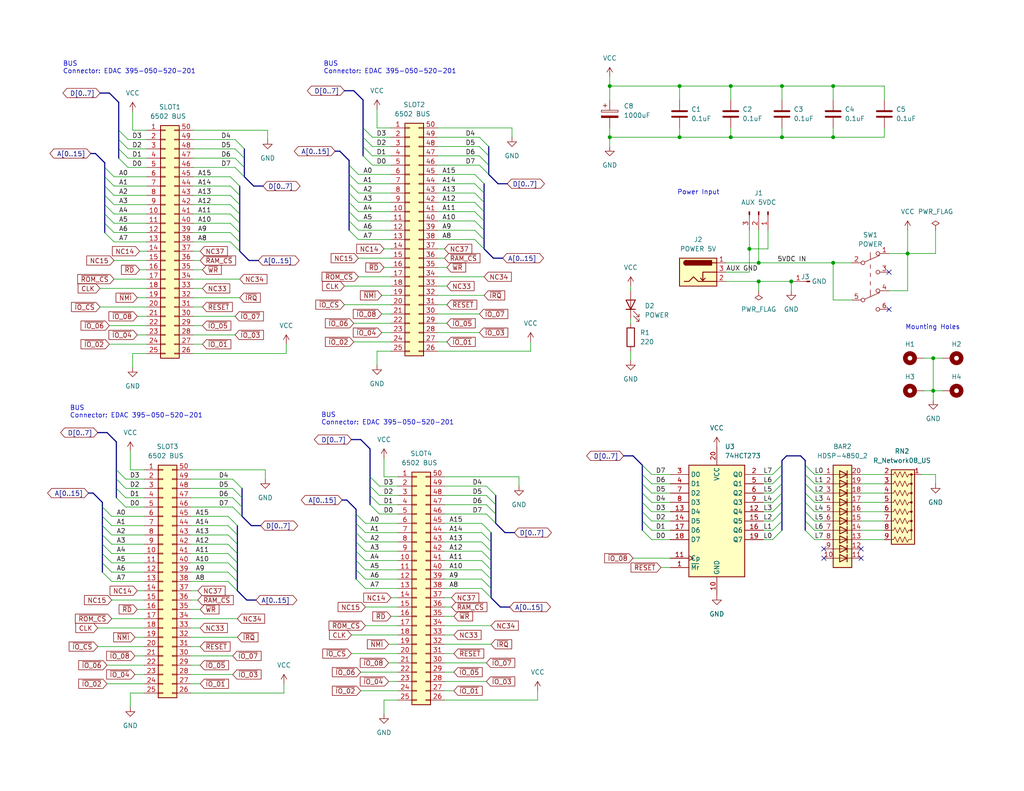
<source format=kicad_sch>
(kicad_sch (version 20230121) (generator eeschema)
  (paper "USLetter")
  (title_block (title "6502 Motherboard") (date "2023-10-17") (rev "0.1") (company "Mariano Luna"))
  (junction (at 247.65 69.215))
  (junction (at 213.36 23.495))
  (junction (at 215.9 76.835))
  (junction (at 199.39 23.495))
  (junction (at 166.37 23.495))
  (junction (at 227.33 71.755))
  (junction (at 227.33 37.465))
  (junction (at 227.33 23.495))
  (junction (at 207.01 71.755))
  (junction (at 185.42 23.495))
  (junction (at 254.635 97.79))
  (junction (at 185.42 37.465))
  (junction (at 204.47 67.945))
  (junction (at 213.36 37.465))
  (junction (at 199.39 37.465))
  (junction (at 254.635 106.68))
  (junction (at 166.37 37.465))
  (junction (at 207.01 76.835))
  (no_connect (at 242.57 74.295))
  (no_connect (at 224.79 152.4))
  (no_connect (at 234.95 152.4))
  (no_connect (at 234.95 149.86))
  (no_connect (at 242.57 84.455))
  (no_connect (at 224.79 149.86))
  (bus_entry (at 103.505 135.255) (size -2.54 -2.54))
  (bus_entry (at 64.135 45.72) (size 2.54 2.54))
  (bus_entry (at 131.445 142.875) (size 2.54 2.54))
  (bus_entry (at 31.115 53.34) (size -2.54 -2.54))
  (bus_entry (at 34.925 45.72) (size -2.54 -2.54))
  (bus_entry (at 177.8 139.7) (size -2.54 -2.54))
  (bus_entry (at 219.71 132.08) (size 2.54 2.54))
  (bus_entry (at 62.865 55.88) (size 2.54 2.54))
  (bus_entry (at 129.54 52.705) (size 2.54 2.54))
  (bus_entry (at 97.79 65.405) (size -2.54 -2.54))
  (bus_entry (at 129.54 62.865) (size 2.54 2.54))
  (bus_entry (at 177.8 144.78) (size -2.54 -2.54))
  (bus_entry (at 177.8 137.16) (size -2.54 -2.54))
  (bus_entry (at 97.79 50.165) (size -2.54 -2.54))
  (bus_entry (at 99.695 153.035) (size -2.54 -2.54))
  (bus_entry (at 131.445 160.655) (size 2.54 2.54))
  (bus_entry (at 103.505 132.715) (size -2.54 -2.54))
  (bus_entry (at 62.23 158.75) (size 2.54 2.54))
  (bus_entry (at 97.79 62.865) (size -2.54 -2.54))
  (bus_entry (at 34.29 135.89) (size -2.54 -2.54))
  (bus_entry (at 103.505 140.335) (size -2.54 -2.54))
  (bus_entry (at 210.82 139.7) (size 2.54 -2.54))
  (bus_entry (at 62.23 156.21) (size 2.54 2.54))
  (bus_entry (at 34.29 130.81) (size -2.54 -2.54))
  (bus_entry (at 97.79 52.705) (size -2.54 -2.54))
  (bus_entry (at 64.135 40.64) (size 2.54 2.54))
  (bus_entry (at 131.445 145.415) (size 2.54 2.54))
  (bus_entry (at 131.445 158.115) (size 2.54 2.54))
  (bus_entry (at 30.48 158.75) (size -2.54 -2.54))
  (bus_entry (at 129.54 60.325) (size 2.54 2.54))
  (bus_entry (at 130.81 37.465) (size 2.54 2.54))
  (bus_entry (at 129.54 47.625) (size 2.54 2.54))
  (bus_entry (at 99.695 145.415) (size -2.54 -2.54))
  (bus_entry (at 64.135 38.1) (size 2.54 2.54))
  (bus_entry (at 177.8 142.24) (size -2.54 -2.54))
  (bus_entry (at 34.29 138.43) (size -2.54 -2.54))
  (bus_entry (at 103.505 137.795) (size -2.54 -2.54))
  (bus_entry (at 130.81 40.005) (size 2.54 2.54))
  (bus_entry (at 99.695 147.955) (size -2.54 -2.54))
  (bus_entry (at 210.82 137.16) (size 2.54 -2.54))
  (bus_entry (at 62.865 50.8) (size 2.54 2.54))
  (bus_entry (at 30.48 151.13) (size -2.54 -2.54))
  (bus_entry (at 97.79 47.625) (size -2.54 -2.54))
  (bus_entry (at 132.715 140.335) (size 2.54 2.54))
  (bus_entry (at 99.695 150.495) (size -2.54 -2.54))
  (bus_entry (at 31.115 55.88) (size -2.54 -2.54))
  (bus_entry (at 219.71 144.78) (size 2.54 2.54))
  (bus_entry (at 99.695 158.115) (size -2.54 -2.54))
  (bus_entry (at 62.865 66.04) (size 2.54 2.54))
  (bus_entry (at 31.115 48.26) (size -2.54 -2.54))
  (bus_entry (at 62.865 53.34) (size 2.54 2.54))
  (bus_entry (at 99.695 160.655) (size -2.54 -2.54))
  (bus_entry (at 30.48 148.59) (size -2.54 -2.54))
  (bus_entry (at 177.8 147.32) (size -2.54 -2.54))
  (bus_entry (at 34.925 43.18) (size -2.54 -2.54))
  (bus_entry (at 62.23 143.51) (size 2.54 2.54))
  (bus_entry (at 99.695 142.875) (size -2.54 -2.54))
  (bus_entry (at 101.6 40.005) (size -2.54 -2.54))
  (bus_entry (at 219.71 139.7) (size 2.54 2.54))
  (bus_entry (at 97.79 60.325) (size -2.54 -2.54))
  (bus_entry (at 101.6 37.465) (size -2.54 -2.54))
  (bus_entry (at 177.8 129.54) (size -2.54 -2.54))
  (bus_entry (at 62.865 58.42) (size 2.54 2.54))
  (bus_entry (at 31.115 60.96) (size -2.54 -2.54))
  (bus_entry (at 219.71 137.16) (size 2.54 2.54))
  (bus_entry (at 101.6 45.085) (size -2.54 -2.54))
  (bus_entry (at 177.8 134.62) (size -2.54 -2.54))
  (bus_entry (at 63.5 135.89) (size 2.54 2.54))
  (bus_entry (at 129.54 50.165) (size 2.54 2.54))
  (bus_entry (at 131.445 150.495) (size 2.54 2.54))
  (bus_entry (at 62.865 60.96) (size 2.54 2.54))
  (bus_entry (at 210.82 147.32) (size 2.54 -2.54))
  (bus_entry (at 101.6 42.545) (size -2.54 -2.54))
  (bus_entry (at 62.865 63.5) (size 2.54 2.54))
  (bus_entry (at 130.81 45.085) (size 2.54 2.54))
  (bus_entry (at 219.71 127) (size 2.54 2.54))
  (bus_entry (at 129.54 57.785) (size 2.54 2.54))
  (bus_entry (at 62.23 148.59) (size 2.54 2.54))
  (bus_entry (at 210.82 129.54) (size 2.54 -2.54))
  (bus_entry (at 97.79 55.245) (size -2.54 -2.54))
  (bus_entry (at 31.115 63.5) (size -2.54 -2.54))
  (bus_entry (at 132.715 135.255) (size 2.54 2.54))
  (bus_entry (at 62.865 48.26) (size 2.54 2.54))
  (bus_entry (at 131.445 153.035) (size 2.54 2.54))
  (bus_entry (at 210.82 142.24) (size 2.54 -2.54))
  (bus_entry (at 30.48 143.51) (size -2.54 -2.54))
  (bus_entry (at 132.715 132.715) (size 2.54 2.54))
  (bus_entry (at 131.445 155.575) (size 2.54 2.54))
  (bus_entry (at 132.715 137.795) (size 2.54 2.54))
  (bus_entry (at 219.71 129.54) (size 2.54 2.54))
  (bus_entry (at 62.23 151.13) (size 2.54 2.54))
  (bus_entry (at 31.115 66.04) (size -2.54 -2.54))
  (bus_entry (at 64.135 43.18) (size 2.54 2.54))
  (bus_entry (at 129.54 65.405) (size 2.54 2.54))
  (bus_entry (at 219.71 134.62) (size 2.54 2.54))
  (bus_entry (at 62.23 146.05) (size 2.54 2.54))
  (bus_entry (at 63.5 133.35) (size 2.54 2.54))
  (bus_entry (at 210.82 134.62) (size 2.54 -2.54))
  (bus_entry (at 129.54 55.245) (size 2.54 2.54))
  (bus_entry (at 63.5 130.81) (size 2.54 2.54))
  (bus_entry (at 34.29 133.35) (size -2.54 -2.54))
  (bus_entry (at 30.48 140.97) (size -2.54 -2.54))
  (bus_entry (at 31.115 50.8) (size -2.54 -2.54))
  (bus_entry (at 97.79 57.785) (size -2.54 -2.54))
  (bus_entry (at 34.925 38.1) (size -2.54 -2.54))
  (bus_entry (at 30.48 153.67) (size -2.54 -2.54))
  (bus_entry (at 62.23 140.97) (size 2.54 2.54))
  (bus_entry (at 130.81 42.545) (size 2.54 2.54))
  (bus_entry (at 31.115 58.42) (size -2.54 -2.54))
  (bus_entry (at 177.8 132.08) (size -2.54 -2.54))
  (bus_entry (at 131.445 147.955) (size 2.54 2.54))
  (bus_entry (at 34.925 40.64) (size -2.54 -2.54))
  (bus_entry (at 30.48 156.21) (size -2.54 -2.54))
  (bus_entry (at 62.23 153.67) (size 2.54 2.54))
  (bus_entry (at 30.48 146.05) (size -2.54 -2.54))
  (bus_entry (at 219.71 142.24) (size 2.54 2.54))
  (bus_entry (at 63.5 138.43) (size 2.54 2.54))
  (bus_entry (at 99.695 155.575) (size -2.54 -2.54))
  (bus_entry (at 210.82 144.78) (size 2.54 -2.54))
  (bus_entry (at 210.82 132.08) (size 2.54 -2.54))
  (wire (pts (xy 52.07 133.35) (xy 63.5 133.35)))
  (wire (pts (xy 108.585 132.715) (xy 103.505 132.715)))
  (wire (pts (xy 182.88 132.08) (xy 177.8 132.08)))
  (wire (pts (xy 93.98 83.185) (xy 106.68 83.185)))
  (wire (pts (xy 185.42 23.495) (xy 185.42 27.305)))
  (wire (pts (xy 30.48 158.75) (xy 39.37 158.75)))
  (bus (pts (xy 100.965 130.175) (xy 100.965 132.715)))
  (wire (pts (xy 121.285 137.795) (xy 132.715 137.795)))
  (wire (pts (xy 52.07 138.43) (xy 63.5 138.43)))
  (bus (pts (xy 27.94 138.43) (xy 27.94 140.97)))
  (bus (pts (xy 219.71 134.62) (xy 219.71 137.16)))
  (wire (pts (xy 95.885 178.435) (xy 108.585 178.435)))
  (wire (pts (xy 97.79 47.625) (xy 106.68 47.625)))
  (wire (pts (xy 97.79 70.485) (xy 106.68 70.485)))
  (wire (pts (xy 121.285 135.255) (xy 132.715 135.255)))
  (wire (pts (xy 36.83 173.99) (xy 39.37 173.99)))
  (wire (pts (xy 247.65 69.215) (xy 247.65 79.375)))
  (wire (pts (xy 52.07 148.59) (xy 62.23 148.59)))
  (wire (pts (xy 222.25 134.62) (xy 224.79 134.62)))
  (wire (pts (xy 208.28 129.54) (xy 210.82 129.54)))
  (wire (pts (xy 52.07 158.75) (xy 62.23 158.75)))
  (wire (pts (xy 254.635 97.79) (xy 254.635 106.68)))
  (bus (pts (xy 32.385 27.94) (xy 32.385 35.56)))
  (bus (pts (xy 95.25 43.815) (xy 95.25 45.085)))
  (wire (pts (xy 121.285 140.335) (xy 132.715 140.335)))
  (bus (pts (xy 133.985 158.115) (xy 133.985 155.575)))
  (wire (pts (xy 104.775 191.135) (xy 108.585 191.135)))
  (wire (pts (xy 208.28 139.7) (xy 210.82 139.7)))
  (wire (pts (xy 99.695 158.115) (xy 108.585 158.115)))
  (bus (pts (xy 175.26 137.16) (xy 175.26 139.7)))
  (bus (pts (xy 67.31 163.83) (xy 69.85 163.83)))
  (wire (pts (xy 121.285 165.735) (xy 123.19 165.735)))
  (wire (pts (xy 119.38 88.265) (xy 121.92 88.265)))
  (bus (pts (xy 132.08 52.705) (xy 132.08 50.165)))
  (wire (pts (xy 39.37 138.43) (xy 34.29 138.43)))
  (wire (pts (xy 99.695 142.875) (xy 108.585 142.875)))
  (wire (pts (xy 207.01 76.835) (xy 207.01 79.375)))
  (bus (pts (xy 93.345 136.525) (xy 94.615 136.525)))
  (bus (pts (xy 99.06 27.305) (xy 96.52 24.765)))
  (bus (pts (xy 95.25 60.325) (xy 95.25 62.865)))
  (wire (pts (xy 121.285 160.655) (xy 131.445 160.655)))
  (wire (pts (xy 31.115 63.5) (xy 40.005 63.5)))
  (bus (pts (xy 95.25 55.245) (xy 95.25 57.785)))
  (wire (pts (xy 31.115 60.96) (xy 40.005 60.96)))
  (wire (pts (xy 52.07 135.89) (xy 63.5 135.89)))
  (wire (pts (xy 73.025 35.56) (xy 73.025 38.1)))
  (bus (pts (xy 132.08 60.325) (xy 132.08 57.785)))
  (bus (pts (xy 135.255 142.875) (xy 137.795 145.415)))
  (wire (pts (xy 234.95 132.08) (xy 241.3 132.08)))
  (wire (pts (xy 30.48 143.51) (xy 39.37 143.51)))
  (wire (pts (xy 166.37 20.955) (xy 166.37 23.495)))
  (wire (pts (xy 185.42 34.925) (xy 185.42 37.465)))
  (wire (pts (xy 222.25 142.24) (xy 224.79 142.24)))
  (wire (pts (xy 199.39 23.495) (xy 199.39 27.305)))
  (bus (pts (xy 64.77 161.29) (xy 67.31 163.83)))
  (bus (pts (xy 66.675 43.18) (xy 66.675 40.64)))
  (wire (pts (xy 106.045 180.975) (xy 108.585 180.975)))
  (bus (pts (xy 133.985 163.195) (xy 133.985 160.655)))
  (bus (pts (xy 219.71 137.16) (xy 219.71 139.7)))
  (wire (pts (xy 208.28 147.32) (xy 210.82 147.32)))
  (wire (pts (xy 208.28 132.08) (xy 210.82 132.08)))
  (bus (pts (xy 64.77 153.67) (xy 64.77 151.13)))
  (wire (pts (xy 121.285 158.115) (xy 131.445 158.115)))
  (wire (pts (xy 121.285 147.955) (xy 131.445 147.955)))
  (bus (pts (xy 97.155 140.335) (xy 97.155 142.875)))
  (wire (pts (xy 141.605 130.175) (xy 141.605 132.715)))
  (wire (pts (xy 52.705 78.74) (xy 55.245 78.74)))
  (wire (pts (xy 52.705 96.52) (xy 78.105 96.52)))
  (wire (pts (xy 234.95 139.7) (xy 241.3 139.7)))
  (wire (pts (xy 37.465 166.37) (xy 39.37 166.37)))
  (wire (pts (xy 52.705 50.8) (xy 62.865 50.8)))
  (bus (pts (xy 66.04 140.97) (xy 66.04 138.43)))
  (bus (pts (xy 100.965 122.555) (xy 98.425 120.015)))
  (wire (pts (xy 52.07 151.13) (xy 62.23 151.13)))
  (wire (pts (xy 180.34 154.94) (xy 182.88 154.94)))
  (wire (pts (xy 52.705 93.98) (xy 55.245 93.98)))
  (wire (pts (xy 215.9 76.835) (xy 215.9 79.375)))
  (wire (pts (xy 119.38 47.625) (xy 129.54 47.625)))
  (bus (pts (xy 28.575 60.96) (xy 28.575 63.5)))
  (wire (pts (xy 166.37 34.925) (xy 166.37 37.465)))
  (wire (pts (xy 227.33 37.465) (xy 241.3 37.465)))
  (wire (pts (xy 52.07 156.21) (xy 62.23 156.21)))
  (wire (pts (xy 39.37 135.89) (xy 34.29 135.89)))
  (wire (pts (xy 106.68 37.465) (xy 101.6 37.465)))
  (wire (pts (xy 185.42 23.495) (xy 199.39 23.495)))
  (wire (pts (xy 182.88 139.7) (xy 177.8 139.7)))
  (wire (pts (xy 31.115 48.26) (xy 40.005 48.26)))
  (bus (pts (xy 133.35 42.545) (xy 133.35 40.005)))
  (wire (pts (xy 52.705 63.5) (xy 62.865 63.5)))
  (wire (pts (xy 204.47 62.865) (xy 204.47 67.945)))
  (wire (pts (xy 102.87 34.925) (xy 106.68 34.925)))
  (wire (pts (xy 121.285 155.575) (xy 131.445 155.575)))
  (wire (pts (xy 207.01 62.865) (xy 207.01 71.755)))
  (wire (pts (xy 166.37 37.465) (xy 166.37 40.005)))
  (wire (pts (xy 31.115 66.04) (xy 40.005 66.04)))
  (wire (pts (xy 31.115 55.88) (xy 40.005 55.88)))
  (wire (pts (xy 106.68 45.085) (xy 101.6 45.085)))
  (bus (pts (xy 32.385 38.1) (xy 32.385 40.64)))
  (bus (pts (xy 27.94 151.13) (xy 27.94 153.67)))
  (wire (pts (xy 35.56 189.23) (xy 39.37 189.23)))
  (wire (pts (xy 99.695 147.955) (xy 108.585 147.955)))
  (bus (pts (xy 135.255 140.335) (xy 135.255 137.795)))
  (wire (pts (xy 40.005 38.1) (xy 34.925 38.1)))
  (wire (pts (xy 119.38 62.865) (xy 129.54 62.865)))
  (bus (pts (xy 99.06 37.465) (xy 99.06 40.005)))
  (bus (pts (xy 65.405 63.5) (xy 65.405 66.04)))
  (wire (pts (xy 204.47 67.945) (xy 204.47 74.295)))
  (wire (pts (xy 97.79 60.325) (xy 106.68 60.325)))
  (wire (pts (xy 185.42 37.465) (xy 199.39 37.465)))
  (bus (pts (xy 132.08 55.245) (xy 132.08 52.705)))
  (wire (pts (xy 121.285 168.275) (xy 123.825 168.275)))
  (bus (pts (xy 28.575 48.26) (xy 28.575 50.8)))
  (wire (pts (xy 77.47 186.69) (xy 77.47 189.23)))
  (bus (pts (xy 214.63 124.46) (xy 218.44 124.46)))
  (wire (pts (xy 97.79 75.565) (xy 106.68 75.565)))
  (wire (pts (xy 172.085 78.105) (xy 172.085 79.375)))
  (wire (pts (xy 121.285 153.035) (xy 131.445 153.035)))
  (wire (pts (xy 119.38 40.005) (xy 130.81 40.005)))
  (wire (pts (xy 121.285 178.435) (xy 123.825 178.435)))
  (wire (pts (xy 98.425 188.595) (xy 108.585 188.595)))
  (bus (pts (xy 65.405 63.5) (xy 65.405 60.96)))
  (wire (pts (xy 121.285 163.195) (xy 123.19 163.195)))
  (bus (pts (xy 100.965 132.715) (xy 100.965 135.255)))
  (wire (pts (xy 234.95 137.16) (xy 241.3 137.16)))
  (wire (pts (xy 37.465 161.29) (xy 39.37 161.29)))
  (bus (pts (xy 66.04 140.97) (xy 68.58 143.51)))
  (bus (pts (xy 66.675 48.26) (xy 66.675 45.72)))
  (wire (pts (xy 52.705 88.9) (xy 55.245 88.9)))
  (wire (pts (xy 121.285 145.415) (xy 131.445 145.415)))
  (wire (pts (xy 52.705 71.12) (xy 54.61 71.12)))
  (wire (pts (xy 52.07 181.61) (xy 54.61 181.61)))
  (bus (pts (xy 99.06 40.005) (xy 99.06 42.545)))
  (bus (pts (xy 28.575 53.34) (xy 28.575 55.88)))
  (bus (pts (xy 213.36 129.54) (xy 213.36 127)))
  (wire (pts (xy 119.38 57.785) (xy 129.54 57.785)))
  (wire (pts (xy 119.38 65.405) (xy 129.54 65.405)))
  (wire (pts (xy 106.68 40.005) (xy 101.6 40.005)))
  (wire (pts (xy 119.38 73.025) (xy 121.92 73.025)))
  (bus (pts (xy 91.44 41.275) (xy 92.71 41.275)))
  (wire (pts (xy 38.1 68.58) (xy 40.005 68.58)))
  (wire (pts (xy 37.465 91.44) (xy 40.005 91.44)))
  (wire (pts (xy 182.88 134.62) (xy 177.8 134.62)))
  (bus (pts (xy 170.18 124.46) (xy 172.72 124.46)))
  (wire (pts (xy 227.33 71.755) (xy 232.41 71.755)))
  (bus (pts (xy 134.62 70.485) (xy 137.16 70.485)))
  (wire (pts (xy 247.65 62.865) (xy 247.65 69.215)))
  (bus (pts (xy 219.71 132.08) (xy 219.71 134.62)))
  (wire (pts (xy 254.635 106.68) (xy 254.635 109.22)))
  (bus (pts (xy 133.35 47.625) (xy 135.89 50.165)))
  (bus (pts (xy 66.04 135.89) (xy 66.04 133.35)))
  (bus (pts (xy 95.25 52.705) (xy 95.25 55.245)))
  (wire (pts (xy 209.55 67.945) (xy 204.47 67.945)))
  (wire (pts (xy 119.38 67.945) (xy 121.285 67.945)))
  (wire (pts (xy 26.67 176.53) (xy 39.37 176.53)))
  (wire (pts (xy 121.285 183.515) (xy 123.825 183.515)))
  (bus (pts (xy 27.305 25.4) (xy 29.845 25.4)))
  (wire (pts (xy 119.38 37.465) (xy 130.81 37.465)))
  (wire (pts (xy 97.79 52.705) (xy 106.68 52.705)))
  (bus (pts (xy 27.94 140.97) (xy 27.94 143.51)))
  (wire (pts (xy 207.01 76.835) (xy 215.9 76.835)))
  (wire (pts (xy 182.88 147.32) (xy 177.8 147.32)))
  (wire (pts (xy 97.79 55.245) (xy 106.68 55.245)))
  (wire (pts (xy 97.79 65.405) (xy 106.68 65.405)))
  (wire (pts (xy 208.28 142.24) (xy 210.82 142.24)))
  (bus (pts (xy 31.75 120.65) (xy 31.75 128.27)))
  (bus (pts (xy 64.77 146.05) (xy 64.77 143.51)))
  (bus (pts (xy 133.985 153.035) (xy 133.985 150.495)))
  (wire (pts (xy 36.195 96.52) (xy 36.195 100.33)))
  (wire (pts (xy 30.48 148.59) (xy 39.37 148.59)))
  (wire (pts (xy 119.38 60.325) (xy 129.54 60.325)))
  (wire (pts (xy 99.695 165.735) (xy 108.585 165.735)))
  (bus (pts (xy 28.575 50.8) (xy 28.575 53.34)))
  (bus (pts (xy 175.26 132.08) (xy 175.26 134.62)))
  (bus (pts (xy 65.405 68.58) (xy 67.945 71.12)))
  (wire (pts (xy 99.695 170.815) (xy 108.585 170.815)))
  (wire (pts (xy 252.095 97.79) (xy 254.635 97.79)))
  (bus (pts (xy 213.36 125.73) (xy 214.63 124.46)))
  (bus (pts (xy 31.75 130.81) (xy 31.75 133.35)))
  (bus (pts (xy 133.985 155.575) (xy 133.985 153.035)))
  (bus (pts (xy 213.36 144.78) (xy 213.36 142.24)))
  (wire (pts (xy 31.115 50.8) (xy 40.005 50.8)))
  (wire (pts (xy 121.285 188.595) (xy 123.825 188.595)))
  (wire (pts (xy 30.48 140.97) (xy 39.37 140.97)))
  (wire (pts (xy 52.705 60.96) (xy 62.865 60.96)))
  (wire (pts (xy 52.705 66.04) (xy 62.865 66.04)))
  (wire (pts (xy 52.07 179.07) (xy 63.5 179.07)))
  (wire (pts (xy 172.085 86.995) (xy 172.085 88.265)))
  (bus (pts (xy 27.94 146.05) (xy 27.94 148.59)))
  (wire (pts (xy 119.38 50.165) (xy 129.54 50.165)))
  (bus (pts (xy 132.08 67.945) (xy 134.62 70.485)))
  (bus (pts (xy 132.08 67.945) (xy 132.08 65.405)))
  (wire (pts (xy 52.07 163.83) (xy 53.975 163.83)))
  (wire (pts (xy 31.115 76.2) (xy 40.005 76.2)))
  (wire (pts (xy 35.56 128.27) (xy 39.37 128.27)))
  (wire (pts (xy 234.95 142.24) (xy 241.3 142.24)))
  (wire (pts (xy 27.305 78.74) (xy 40.005 78.74)))
  (wire (pts (xy 40.005 40.64) (xy 34.925 40.64)))
  (bus (pts (xy 31.75 120.65) (xy 29.21 118.11)))
  (bus (pts (xy 95.25 45.085) (xy 95.25 47.625)))
  (wire (pts (xy 119.38 52.705) (xy 129.54 52.705)))
  (wire (pts (xy 35.56 189.23) (xy 35.56 193.04)))
  (bus (pts (xy 140.335 145.415) (xy 137.795 145.415)))
  (wire (pts (xy 209.55 62.865) (xy 209.55 67.945)))
  (bus (pts (xy 32.385 40.64) (xy 32.385 43.18)))
  (wire (pts (xy 102.87 95.885) (xy 106.68 95.885)))
  (bus (pts (xy 28.575 58.42) (xy 28.575 60.96)))
  (wire (pts (xy 108.585 137.795) (xy 103.505 137.795)))
  (wire (pts (xy 30.48 163.83) (xy 39.37 163.83)))
  (bus (pts (xy 25.4 134.62) (xy 27.94 137.16)))
  (wire (pts (xy 106.045 175.895) (xy 108.585 175.895)))
  (wire (pts (xy 36.195 96.52) (xy 40.005 96.52)))
  (wire (pts (xy 121.285 173.355) (xy 123.825 173.355)))
  (wire (pts (xy 242.57 69.215) (xy 247.65 69.215)))
  (wire (pts (xy 227.33 81.915) (xy 232.41 81.915)))
  (wire (pts (xy 234.95 129.54) (xy 241.3 129.54)))
  (wire (pts (xy 52.07 166.37) (xy 54.61 166.37)))
  (bus (pts (xy 219.71 127) (xy 219.71 129.54)))
  (bus (pts (xy 218.44 124.46) (xy 219.71 125.73)))
  (bus (pts (xy 28.575 55.88) (xy 28.575 58.42)))
  (bus (pts (xy 97.155 150.495) (xy 97.155 153.035)))
  (bus (pts (xy 65.405 58.42) (xy 65.405 55.88)))
  (wire (pts (xy 96.52 88.265) (xy 106.68 88.265)))
  (wire (pts (xy 119.38 34.925) (xy 139.7 34.925)))
  (wire (pts (xy 52.07 146.05) (xy 62.23 146.05)))
  (wire (pts (xy 26.67 171.45) (xy 39.37 171.45)))
  (wire (pts (xy 52.705 86.36) (xy 64.135 86.36)))
  (wire (pts (xy 254.635 97.79) (xy 257.175 97.79)))
  (bus (pts (xy 132.08 62.865) (xy 132.08 60.325)))
  (bus (pts (xy 99.06 34.925) (xy 99.06 37.465)))
  (wire (pts (xy 222.25 139.7) (xy 224.79 139.7)))
  (wire (pts (xy 99.695 153.035) (xy 108.585 153.035)))
  (wire (pts (xy 119.38 55.245) (xy 129.54 55.245)))
  (wire (pts (xy 119.38 80.645) (xy 132.08 80.645)))
  (wire (pts (xy 241.3 23.495) (xy 241.3 27.305)))
  (wire (pts (xy 241.3 34.925) (xy 241.3 37.465)))
  (bus (pts (xy 64.77 151.13) (xy 64.77 148.59)))
  (wire (pts (xy 199.39 23.495) (xy 213.36 23.495)))
  (wire (pts (xy 52.07 173.99) (xy 64.77 173.99)))
  (bus (pts (xy 93.98 24.765) (xy 96.52 24.765)))
  (wire (pts (xy 52.07 128.27) (xy 72.39 128.27)))
  (wire (pts (xy 29.21 181.61) (xy 39.37 181.61)))
  (wire (pts (xy 37.465 86.36) (xy 40.005 86.36)))
  (bus (pts (xy 100.965 135.255) (xy 100.965 137.795)))
  (wire (pts (xy 36.83 184.15) (xy 39.37 184.15)))
  (wire (pts (xy 198.12 76.835) (xy 207.01 76.835)))
  (wire (pts (xy 227.33 71.755) (xy 227.33 81.915)))
  (bus (pts (xy 71.755 50.8) (xy 69.215 50.8)))
  (wire (pts (xy 104.775 67.945) (xy 106.68 67.945)))
  (bus (pts (xy 219.71 129.54) (xy 219.71 132.08)))
  (wire (pts (xy 119.38 85.725) (xy 130.81 85.725)))
  (wire (pts (xy 121.285 150.495) (xy 131.445 150.495)))
  (wire (pts (xy 52.07 176.53) (xy 54.61 176.53)))
  (bus (pts (xy 213.36 132.08) (xy 213.36 129.54)))
  (bus (pts (xy 219.71 125.73) (xy 219.71 127)))
  (wire (pts (xy 166.37 23.495) (xy 166.37 27.305)))
  (wire (pts (xy 95.885 173.355) (xy 108.585 173.355)))
  (bus (pts (xy 175.26 127) (xy 172.72 124.46)))
  (wire (pts (xy 52.705 73.66) (xy 55.245 73.66)))
  (wire (pts (xy 106.045 186.055) (xy 108.585 186.055)))
  (wire (pts (xy 38.1 73.66) (xy 40.005 73.66)))
  (wire (pts (xy 108.585 140.335) (xy 103.505 140.335)))
  (bus (pts (xy 135.255 137.795) (xy 135.255 135.255)))
  (bus (pts (xy 97.155 155.575) (xy 97.155 158.115)))
  (bus (pts (xy 97.155 139.065) (xy 97.155 140.335)))
  (bus (pts (xy 24.13 134.62) (xy 25.4 134.62)))
  (bus (pts (xy 133.985 150.495) (xy 133.985 147.955)))
  (bus (pts (xy 133.985 147.955) (xy 133.985 145.415)))
  (wire (pts (xy 52.705 83.82) (xy 55.245 83.82)))
  (wire (pts (xy 52.705 81.28) (xy 65.405 81.28)))
  (bus (pts (xy 27.94 143.51) (xy 27.94 146.05)))
  (wire (pts (xy 106.68 42.545) (xy 101.6 42.545)))
  (bus (pts (xy 219.71 142.24) (xy 219.71 144.78)))
  (bus (pts (xy 133.35 45.085) (xy 133.35 42.545)))
  (wire (pts (xy 234.95 134.62) (xy 241.3 134.62)))
  (wire (pts (xy 119.38 90.805) (xy 130.81 90.805)))
  (wire (pts (xy 172.085 95.885) (xy 172.085 98.425)))
  (wire (pts (xy 39.37 130.81) (xy 34.29 130.81)))
  (wire (pts (xy 119.38 83.185) (xy 121.92 83.185)))
  (bus (pts (xy 133.35 47.625) (xy 133.35 45.085)))
  (wire (pts (xy 222.25 137.16) (xy 224.79 137.16)))
  (bus (pts (xy 64.77 161.29) (xy 64.77 158.75)))
  (bus (pts (xy 65.405 53.34) (xy 65.405 50.8)))
  (wire (pts (xy 121.285 186.055) (xy 132.715 186.055)))
  (wire (pts (xy 52.07 143.51) (xy 62.23 143.51)))
  (bus (pts (xy 100.965 122.555) (xy 100.965 130.175)))
  (wire (pts (xy 121.285 132.715) (xy 132.715 132.715)))
  (wire (pts (xy 52.705 45.72) (xy 64.135 45.72)))
  (wire (pts (xy 52.705 68.58) (xy 54.61 68.58)))
  (wire (pts (xy 213.36 23.495) (xy 213.36 27.305)))
  (wire (pts (xy 36.195 30.48) (xy 36.195 35.56)))
  (bus (pts (xy 175.26 127) (xy 175.26 129.54)))
  (bus (pts (xy 99.06 27.305) (xy 99.06 34.925)))
  (wire (pts (xy 146.685 188.595) (xy 146.685 191.135)))
  (bus (pts (xy 94.615 136.525) (xy 97.155 139.065)))
  (wire (pts (xy 104.14 90.805) (xy 106.68 90.805)))
  (wire (pts (xy 121.285 142.875) (xy 131.445 142.875)))
  (bus (pts (xy 95.25 47.625) (xy 95.25 50.165)))
  (bus (pts (xy 97.155 147.955) (xy 97.155 150.495)))
  (wire (pts (xy 121.285 170.815) (xy 133.985 170.815)))
  (wire (pts (xy 199.39 37.465) (xy 213.36 37.465)))
  (bus (pts (xy 213.36 142.24) (xy 213.36 139.7)))
  (wire (pts (xy 29.21 186.69) (xy 39.37 186.69)))
  (bus (pts (xy 64.77 156.21) (xy 64.77 158.75)))
  (wire (pts (xy 104.14 85.725) (xy 106.68 85.725)))
  (wire (pts (xy 119.38 93.345) (xy 121.92 93.345)))
  (wire (pts (xy 98.425 183.515) (xy 108.585 183.515)))
  (wire (pts (xy 39.37 133.35) (xy 34.29 133.35)))
  (bus (pts (xy 175.26 129.54) (xy 175.26 132.08)))
  (wire (pts (xy 222.25 132.08) (xy 224.79 132.08)))
  (wire (pts (xy 234.95 147.32) (xy 241.3 147.32)))
  (bus (pts (xy 67.945 71.12) (xy 70.485 71.12)))
  (bus (pts (xy 32.385 35.56) (xy 32.385 38.1)))
  (bus (pts (xy 28.575 44.45) (xy 28.575 45.72)))
  (wire (pts (xy 31.115 58.42) (xy 40.005 58.42)))
  (wire (pts (xy 119.38 75.565) (xy 132.08 75.565)))
  (bus (pts (xy 65.405 68.58) (xy 65.405 66.04)))
  (wire (pts (xy 52.07 130.81) (xy 63.5 130.81)))
  (bus (pts (xy 95.25 57.785) (xy 95.25 60.325)))
  (wire (pts (xy 97.79 62.865) (xy 106.68 62.865)))
  (wire (pts (xy 52.07 140.97) (xy 62.23 140.97)))
  (bus (pts (xy 213.36 139.7) (xy 213.36 137.16)))
  (wire (pts (xy 72.39 128.27) (xy 72.39 130.81)))
  (wire (pts (xy 29.845 93.98) (xy 40.005 93.98)))
  (wire (pts (xy 99.695 160.655) (xy 108.585 160.655)))
  (wire (pts (xy 182.88 129.54) (xy 177.8 129.54)))
  (wire (pts (xy 144.78 93.345) (xy 144.78 95.885)))
  (wire (pts (xy 30.48 151.13) (xy 39.37 151.13)))
  (wire (pts (xy 213.36 23.495) (xy 227.33 23.495)))
  (wire (pts (xy 35.56 123.19) (xy 35.56 128.27)))
  (wire (pts (xy 97.79 57.785) (xy 106.68 57.785)))
  (wire (pts (xy 247.65 69.215) (xy 255.27 69.215)))
  (wire (pts (xy 119.38 45.085) (xy 130.81 45.085)))
  (wire (pts (xy 222.25 147.32) (xy 224.79 147.32)))
  (wire (pts (xy 213.36 37.465) (xy 227.33 37.465)))
  (bus (pts (xy 133.985 163.195) (xy 136.525 165.735)))
  (bus (pts (xy 95.885 120.015) (xy 98.425 120.015)))
  (bus (pts (xy 64.77 156.21) (xy 64.77 153.67)))
  (wire (pts (xy 108.585 135.255) (xy 103.505 135.255)))
  (bus (pts (xy 26.67 118.11) (xy 29.21 118.11)))
  (wire (pts (xy 106.68 168.275) (xy 108.585 168.275)))
  (wire (pts (xy 52.705 76.2) (xy 65.405 76.2)))
  (bus (pts (xy 219.71 139.7) (xy 219.71 142.24)))
  (wire (pts (xy 139.7 34.925) (xy 139.7 37.465)))
  (wire (pts (xy 52.07 189.23) (xy 77.47 189.23)))
  (wire (pts (xy 199.39 34.925) (xy 199.39 37.465)))
  (wire (pts (xy 119.38 42.545) (xy 130.81 42.545)))
  (wire (pts (xy 40.005 43.18) (xy 34.925 43.18)))
  (wire (pts (xy 121.285 130.175) (xy 141.605 130.175)))
  (wire (pts (xy 99.695 145.415) (xy 108.585 145.415)))
  (wire (pts (xy 52.705 40.64) (xy 64.135 40.64)))
  (bus (pts (xy 27.94 148.59) (xy 27.94 151.13)))
  (wire (pts (xy 52.705 38.1) (xy 64.135 38.1)))
  (bus (pts (xy 95.25 50.165) (xy 95.25 52.705)))
  (wire (pts (xy 52.07 168.91) (xy 64.77 168.91)))
  (bus (pts (xy 138.43 50.165) (xy 135.89 50.165)))
  (wire (pts (xy 36.195 35.56) (xy 40.005 35.56)))
  (bus (pts (xy 175.26 134.62) (xy 175.26 137.16)))
  (bus (pts (xy 24.765 41.91) (xy 26.035 41.91)))
  (bus (pts (xy 175.26 142.24) (xy 175.26 144.78)))
  (wire (pts (xy 198.12 74.295) (xy 204.47 74.295)))
  (wire (pts (xy 182.88 142.24) (xy 177.8 142.24)))
  (wire (pts (xy 52.705 35.56) (xy 73.025 35.56)))
  (wire (pts (xy 36.83 179.07) (xy 39.37 179.07)))
  (wire (pts (xy 119.38 78.105) (xy 121.92 78.105)))
  (wire (pts (xy 102.87 95.885) (xy 102.87 99.695)))
  (bus (pts (xy 92.71 41.275) (xy 95.25 43.815)))
  (bus (pts (xy 28.575 45.72) (xy 28.575 48.26)))
  (bus (pts (xy 66.675 48.26) (xy 69.215 50.8)))
  (wire (pts (xy 213.36 34.925) (xy 213.36 37.465)))
  (wire (pts (xy 31.115 71.12) (xy 40.005 71.12)))
  (wire (pts (xy 52.07 171.45) (xy 54.61 171.45)))
  (bus (pts (xy 66.675 45.72) (xy 66.675 43.18)))
  (bus (pts (xy 175.26 139.7) (xy 175.26 142.24)))
  (wire (pts (xy 30.48 156.21) (xy 39.37 156.21)))
  (wire (pts (xy 104.775 73.025) (xy 106.68 73.025)))
  (wire (pts (xy 52.07 153.67) (xy 62.23 153.67)))
  (wire (pts (xy 93.98 78.105) (xy 106.68 78.105)))
  (wire (pts (xy 227.33 23.495) (xy 241.3 23.495)))
  (wire (pts (xy 96.52 93.345) (xy 106.68 93.345)))
  (wire (pts (xy 121.285 180.975) (xy 132.715 180.975)))
  (wire (pts (xy 166.37 23.495) (xy 185.42 23.495)))
  (wire (pts (xy 31.115 53.34) (xy 40.005 53.34)))
  (wire (pts (xy 208.28 137.16) (xy 210.82 137.16)))
  (bus (pts (xy 27.94 153.67) (xy 27.94 156.21)))
  (wire (pts (xy 52.705 55.88) (xy 62.865 55.88)))
  (bus (pts (xy 71.12 143.51) (xy 68.58 143.51)))
  (wire (pts (xy 52.07 186.69) (xy 54.61 186.69)))
  (bus (pts (xy 97.155 145.415) (xy 97.155 147.955)))
  (wire (pts (xy 182.88 137.16) (xy 177.8 137.16)))
  (bus (pts (xy 27.94 137.16) (xy 27.94 138.43)))
  (wire (pts (xy 121.285 175.895) (xy 133.985 175.895)))
  (wire (pts (xy 97.79 50.165) (xy 106.68 50.165)))
  (wire (pts (xy 119.38 95.885) (xy 144.78 95.885)))
  (wire (pts (xy 27.305 83.82) (xy 40.005 83.82)))
  (wire (pts (xy 30.48 153.67) (xy 39.37 153.67)))
  (wire (pts (xy 255.27 62.865) (xy 255.27 69.215)))
  (bus (pts (xy 31.75 133.35) (xy 31.75 135.89)))
  (wire (pts (xy 52.705 53.34) (xy 62.865 53.34)))
  (wire (pts (xy 166.37 37.465) (xy 185.42 37.465)))
  (wire (pts (xy 208.28 144.78) (xy 210.82 144.78)))
  (wire (pts (xy 234.95 144.78) (xy 241.3 144.78)))
  (wire (pts (xy 99.695 150.495) (xy 108.585 150.495)))
  (bus (pts (xy 64.77 148.59) (xy 64.77 146.05)))
  (bus (pts (xy 26.035 41.91) (xy 28.575 44.45)))
  (wire (pts (xy 104.775 125.095) (xy 104.775 130.175)))
  (bus (pts (xy 213.36 137.16) (xy 213.36 134.62)))
  (wire (pts (xy 52.705 43.18) (xy 64.135 43.18)))
  (wire (pts (xy 227.33 34.925) (xy 227.33 37.465)))
  (wire (pts (xy 52.07 161.29) (xy 53.975 161.29)))
  (bus (pts (xy 97.155 153.035) (xy 97.155 155.575)))
  (bus (pts (xy 135.255 142.875) (xy 135.255 140.335)))
  (bus (pts (xy 65.405 60.96) (xy 65.405 58.42)))
  (bus (pts (xy 136.525 165.735) (xy 139.065 165.735)))
  (wire (pts (xy 30.48 168.91) (xy 39.37 168.91)))
  (bus (pts (xy 132.08 62.865) (xy 132.08 65.405)))
  (wire (pts (xy 182.88 144.78) (xy 177.8 144.78)))
  (bus (pts (xy 132.08 57.785) (xy 132.08 55.245)))
  (wire (pts (xy 222.25 144.78) (xy 224.79 144.78)))
  (wire (pts (xy 252.095 106.68) (xy 254.635 106.68)))
  (wire (pts (xy 198.12 71.755) (xy 207.01 71.755)))
  (wire (pts (xy 37.465 81.28) (xy 40.005 81.28)))
  (wire (pts (xy 30.48 146.05) (xy 39.37 146.05)))
  (wire (pts (xy 102.87 29.845) (xy 102.87 34.925)))
  (bus (pts (xy 213.36 134.62) (xy 213.36 132.08)))
  (bus (pts (xy 97.155 142.875) (xy 97.155 145.415)))
  (wire (pts (xy 78.105 93.98) (xy 78.105 96.52)))
  (wire (pts (xy 119.38 70.485) (xy 121.285 70.485)))
  (wire (pts (xy 254.635 106.68) (xy 257.175 106.68)))
  (bus (pts (xy 133.985 158.115) (xy 133.985 160.655)))
  (wire (pts (xy 29.845 88.9) (xy 40.005 88.9)))
  (wire (pts (xy 104.775 130.175) (xy 108.585 130.175)))
  (wire (pts (xy 227.33 23.495) (xy 227.33 27.305)))
  (wire (pts (xy 207.01 71.755) (xy 227.33 71.755)))
  (bus (pts (xy 66.04 138.43) (xy 66.04 135.89)))
  (wire (pts (xy 104.775 191.135) (xy 104.775 194.945)))
  (wire (pts (xy 222.25 129.54) (xy 224.79 129.54)))
  (wire (pts (xy 255.27 129.54) (xy 255.27 132.08)))
  (wire (pts (xy 52.705 58.42) (xy 62.865 58.42)))
  (bus (pts (xy 31.75 128.27) (xy 31.75 130.81)))
  (wire (pts (xy 208.28 134.62) (xy 210.82 134.62)))
  (bus (pts (xy 65.405 55.88) (xy 65.405 53.34)))
  (bus (pts (xy 213.36 127) (xy 213.36 125.73)))
  (wire (pts (xy 52.07 184.15) (xy 63.5 184.15)))
  (wire (pts (xy 121.285 191.135) (xy 146.685 191.135)))
  (wire (pts (xy 104.14 80.645) (xy 106.68 80.645)))
  (wire (pts (xy 251.46 129.54) (xy 255.27 129.54)))
  (wire (pts (xy 52.705 48.26) (xy 62.865 48.26)))
  (wire (pts (xy 52.705 91.44) (xy 64.135 91.44)))
  (wire (pts (xy 106.68 163.195) (xy 108.585 163.195)))
  (wire (pts (xy 172.72 152.4) (xy 182.88 152.4)))
  (wire (pts (xy 242.57 79.375) (xy 247.65 79.375)))
  (wire (pts (xy 99.695 155.575) (xy 108.585 155.575)))
  (wire (pts (xy 40.005 45.72) (xy 34.925 45.72)))
  (bus (pts (xy 32.385 27.94) (xy 29.845 25.4)))
  (text "Mounting Holes" (at 247.015 90.17 0) (effects (font (size 1.27 1.27)) (justify left bottom)))
  (text "Power Input" (at 184.785 53.34 0) (effects (font (size 1.27 1.27)) (justify left bottom)))
  (text "BUS\nConnector: EDAC 395-050-520-201" (at 87.63 116.205 0) (effects (font (size 1.27 1.27)) (justify left bottom)))
  (text "BUS\nConnector: EDAC 395-050-520-201" (at 17.145 20.32 0) (effects (font (size 1.27 1.27)) (justify left bottom)))
  (text "BUS\nConnector: EDAC 395-050-520-201" (at 19.05 114.3 0) (effects (font (size 1.27 1.27)) (justify left bottom)))
  (text "BUS\nConnector: EDAC 395-050-520-201" (at 88.265 20.32 0) (effects (font (size 1.27 1.27)) (justify left bottom)))
  (label "A3" (at 34.925 55.88 180))
  (label "D3" (at 38.1 130.81 180))
  (label "A1" (at 101.6 50.165 180))
  (label "A5" (at 34.925 60.96 180))
  (label "A6" (at 103.505 158.115 180))
  (label "A9" (at 53.34 156.21 0))
  (label "D4" (at 128.905 132.715 0))
  (label "L2" (at 208.28 142.24 0))
  (label "A0" (at 34.925 48.26 180))
  (label "D5" (at 60.325 40.64 0))
  (label "A3" (at 103.505 150.495 180))
  (label "A4" (at 34.29 151.13 180))
  (label "D7" (at 128.905 140.335 0))
  (label "L1" (at 222.25 132.08 0))
  (label "D2" (at 105.41 40.005 180))
  (label "5VDC IN" (at 212.09 71.755 0))
  (label "A14" (at 122.555 145.415 0))
  (label "L2" (at 222.25 134.62 0))
  (label "A8" (at 53.34 158.75 0))
  (label "L3" (at 208.28 139.7 0))
  (label "L4" (at 222.25 139.7 0))
  (label "D6" (at 127 42.545 0))
  (label "L7" (at 208.28 129.54 0))
  (label "A6" (at 34.29 156.21 180))
  (label "A2" (at 103.505 147.955 180))
  (label "D0" (at 105.41 45.085 180))
  (label "A8" (at 53.975 66.04 0))
  (label "A12" (at 120.65 55.245 0))
  (label "D1" (at 38.1 135.89 180))
  (label "D3" (at 181.61 139.7 180))
  (label "D1" (at 105.41 42.545 180))
  (label "D2" (at 38.1 133.35 180))
  (label "A9" (at 122.555 158.115 0))
  (label "D7" (at 181.61 129.54 180))
  (label "D3" (at 107.315 132.715 180))
  (label "D5" (at 59.69 133.35 0))
  (label "A1" (at 34.925 50.8 180))
  (label "D6" (at 60.325 43.18 0))
  (label "A9" (at 120.65 62.865 0))
  (label "A2" (at 34.925 53.34 180))
  (label "A10" (at 122.555 155.575 0))
  (label "D5" (at 127 40.005 0))
  (label "A7" (at 101.6 65.405 180))
  (label "L6" (at 208.28 132.08 0))
  (label "A12" (at 53.34 148.59 0))
  (label "L5" (at 208.28 134.62 0))
  (label "L5" (at 222.25 142.24 0))
  (label "D4" (at 127 37.465 0))
  (label "A14" (at 53.34 143.51 0))
  (label "A3" (at 101.6 55.245 180))
  (label "A1" (at 34.29 143.51 180))
  (label "A1" (at 103.505 145.415 180))
  (label "A0" (at 101.6 47.625 180))
  (label "L6" (at 222.25 144.78 0))
  (label "D6" (at 128.905 137.795 0))
  (label "A14" (at 120.65 50.165 0))
  (label "D0" (at 107.315 140.335 180))
  (label "A9" (at 53.975 63.5 0))
  (label "D0" (at 38.1 138.43 180))
  (label "D0" (at 38.735 45.72 180))
  (label "A12" (at 122.555 150.495 0))
  (label "D3" (at 105.41 37.465 180))
  (label "A15" (at 53.34 140.97 0))
  (label "A8" (at 122.555 160.655 0))
  (label "L0" (at 222.25 129.54 0))
  (label "A14" (at 53.975 50.8 0))
  (label "D4" (at 59.69 130.81 0))
  (label "A0" (at 34.29 140.97 180))
  (label "A3" (at 34.29 148.59 180))
  (label "A13" (at 53.975 53.34 0))
  (label "A4" (at 103.505 153.035 180))
  (label "D6" (at 59.69 135.89 0))
  (label "A10" (at 53.975 60.96 0))
  (label "A12" (at 53.975 55.88 0))
  (label "A15" (at 122.555 142.875 0))
  (label "D6" (at 181.61 132.08 180))
  (label "L0" (at 208.28 147.32 0))
  (label "A7" (at 34.29 158.75 180))
  (label "D7" (at 59.69 138.43 0))
  (label "D1" (at 181.61 144.78 180))
  (label "L3" (at 222.25 137.16 0))
  (label "D4" (at 181.61 137.16 180))
  (label "AUX GND" (at 198.12 74.295 0))
  (label "A11" (at 53.34 151.13 0))
  (label "A5" (at 103.505 155.575 180))
  (label "A5" (at 101.6 60.325 180))
  (label "A11" (at 122.555 153.035 0))
  (label "D5" (at 181.61 134.62 180))
  (label "D4" (at 60.325 38.1 0))
  (label "D2" (at 181.61 142.24 180))
  (label "A8" (at 120.65 65.405 0))
  (label "A7" (at 103.505 160.655 180))
  (label "A11" (at 53.975 58.42 0))
  (label "A6" (at 101.6 62.865 180))
  (label "L7" (at 222.25 147.32 0))
  (label "A5" (at 34.29 153.67 180))
  (label "A10" (at 53.34 153.67 0))
  (label "A13" (at 120.65 52.705 0))
  (label "A10" (at 120.65 60.325 0))
  (label "D3" (at 38.735 38.1 180))
  (label "A6" (at 34.925 63.5 180))
  (label "A0" (at 103.505 142.875 180))
  (label "A13" (at 122.555 147.955 0))
  (label "D0" (at 181.61 147.32 180))
  (label "A15" (at 53.975 48.26 0))
  (label "L1" (at 208.28 144.78 0))
  (label "A13" (at 53.34 146.05 0))
  (label "L4" (at 208.28 137.16 0))
  (label "A2" (at 101.6 52.705 180))
  (label "D1" (at 38.735 43.18 180))
  (label "A15" (at 120.65 47.625 0))
  (label "D7" (at 60.325 45.72 0))
  (label "D1" (at 107.315 137.795 180))
  (label "A4" (at 34.925 58.42 180))
  (label "D2" (at 38.735 40.64 180))
  (label "D2" (at 107.315 135.255 180))
  (label "A7" (at 34.925 66.04 180))
  (label "A4" (at 101.6 57.785 180))
  (label "D5" (at 128.905 135.255 0))
  (label "A11" (at 120.65 57.785 0))
  (label "D7" (at 127 45.085 0))
  (label "A2" (at 34.29 146.05 180))
  (global_label "~{WR}" (shape input) (at 55.245 73.66 0) (property "Intersheetrefs" "${INTERSHEET_REFS}" (effects hide)))
  (global_label "~{IO_07}" (shape input) (at 64.135 86.36 0) (property "Intersheetrefs" "${INTERSHEET_REFS}" (effects hide)))
  (global_label "NC37" (shape input) (at 123.19 163.195 0) (property "Intersheetrefs" "${INTERSHEET_REFS}" (effects hide)))
  (global_label "NC34" (shape input) (at 132.08 75.565 0) (property "Intersheetrefs" "${INTERSHEET_REFS}" (effects hide)))
  (global_label "~{NMI}" (shape input) (at 106.045 175.895 180) (property "Intersheetrefs" "${INTERSHEET_REFS}" (effects hide)))
  (global_label "NC15" (shape input) (at 97.79 70.485 180) (property "Intersheetrefs" "${INTERSHEET_REFS}" (effects hide)))
  (global_label "~{IO_08}" (shape input) (at 36.83 179.07 180) (property "Intersheetrefs" "${INTERSHEET_REFS}" (effects hide)))
  (global_label "NC33" (shape input) (at 55.245 78.74 0) (property "Intersheetrefs" "${INTERSHEET_REFS}" (effects hide)))
  (global_label "NC33" (shape input) (at 121.92 78.105 0) (property "Intersheetrefs" "${INTERSHEET_REFS}" (effects hide)))
  (global_label "~{IO_04}" (shape input) (at 104.14 90.805 180) (property "Intersheetrefs" "${INTERSHEET_REFS}" (effects hide)))
  (global_label "~{IO_01}" (shape input) (at 121.92 93.345 0) (property "Intersheetrefs" "${INTERSHEET_REFS}" (effects hide)))
  (global_label "A[0..15]" (shape tri_state) (at 24.13 134.62 180) (property "Intersheetrefs" "${INTERSHEET_REFS}" (effects hide)))
  (global_label "~{IO_06}" (shape input) (at 29.845 88.9 180) (property "Intersheetrefs" "${INTERSHEET_REFS}" (effects hide)))
  (global_label "~{RD}" (shape input) (at 37.465 166.37 180) (property "Intersheetrefs" "${INTERSHEET_REFS}" (effects hide)))
  (global_label "~{IO_01}" (shape input) (at 55.245 93.98 0) (property "Intersheetrefs" "${INTERSHEET_REFS}" (effects hide)))
  (global_label "A[0..15]" (shape tri_state) (at 91.44 41.275 180) (property "Intersheetrefs" "${INTERSHEET_REFS}" (effects hide)))
  (global_label "D[0..7]" (shape tri_state) (at 138.43 50.165 0) (property "Intersheetrefs" "${INTERSHEET_REFS}" (effects hide)))
  (global_label "A[0..15]" (shape tri_state) (at 24.765 41.91 180) (property "Intersheetrefs" "${INTERSHEET_REFS}" (effects hide)))
  (global_label "~{IO_02}" (shape input) (at 29.845 93.98 180) (property "Intersheetrefs" "${INTERSHEET_REFS}" (effects hide)))
  (global_label "CLK" (shape input) (at 95.885 173.355 180) (property "Intersheetrefs" "${INTERSHEET_REFS}" (effects hide)))
  (global_label "~{IRQ}" (shape input) (at 133.985 175.895 0) (property "Intersheetrefs" "${INTERSHEET_REFS}" (effects hide)))
  (global_label "~{NMI}" (shape input) (at 37.465 81.28 180) (property "Intersheetrefs" "${INTERSHEET_REFS}" (effects hide)))
  (global_label "~{WR}" (shape input) (at 123.825 168.275 0) (property "Intersheetrefs" "${INTERSHEET_REFS}" (effects hide)))
  (global_label "~{IRQ}" (shape input) (at 64.77 173.99 0) (property "Intersheetrefs" "${INTERSHEET_REFS}" (effects hide)))
  (global_label "~{RESET}" (shape input) (at 180.34 154.94 180) (property "Intersheetrefs" "${INTERSHEET_REFS}" (effects hide)))
  (global_label "~{RESET}" (shape input) (at 123.825 178.435 0) (property "Intersheetrefs" "${INTERSHEET_REFS}" (effects hide)))
  (global_label "~{IO_03}" (shape input) (at 130.81 90.805 0) (property "Intersheetrefs" "${INTERSHEET_REFS}" (effects hide)))
  (global_label "A[0..15]" (shape tri_state) (at 93.345 136.525 180) (property "Intersheetrefs" "${INTERSHEET_REFS}" (effects hide)))
  (global_label "D[0..7]" (shape tri_state) (at 71.12 143.51 0) (property "Intersheetrefs" "${INTERSHEET_REFS}" (effects hide)))
  (global_label "~{RD}" (shape input) (at 104.775 73.025 180) (property "Intersheetrefs" "${INTERSHEET_REFS}" (effects hide)))
  (global_label "NC15" (shape input) (at 31.115 71.12 180) (property "Intersheetrefs" "${INTERSHEET_REFS}" (effects hide)))
  (global_label "~{ROM_CS}" (shape input) (at 30.48 168.91 180) (property "Intersheetrefs" "${INTERSHEET_REFS}" (effects hide)))
  (global_label "~{ROM_CS}" (shape input) (at 97.79 75.565 180) (property "Intersheetrefs" "${INTERSHEET_REFS}" (effects hide)))
  (global_label "~{IO_08}" (shape input) (at 172.72 152.4 180) (property "Intersheetrefs" "${INTERSHEET_REFS}" (effects hide)))
  (global_label "~{IRQ}" (shape input) (at 132.08 80.645 0) (property "Intersheetrefs" "${INTERSHEET_REFS}" (effects hide)))
  (global_label "NC34" (shape input) (at 133.985 170.815 0) (property "Intersheetrefs" "${INTERSHEET_REFS}" (effects hide)))
  (global_label "NC34" (shape input) (at 65.405 76.2 0) (property "Intersheetrefs" "${INTERSHEET_REFS}" (effects hide)))
  (global_label "~{IO_CS}" (shape input) (at 95.885 178.435 180) (property "Intersheetrefs" "${INTERSHEET_REFS}" (effects hide)))
  (global_label "NC15" (shape input) (at 99.695 165.735 180) (property "Intersheetrefs" "${INTERSHEET_REFS}" (effects hide)))
  (global_label "~{IO_02}" (shape input) (at 29.21 186.69 180) (property "Intersheetrefs" "${INTERSHEET_REFS}" (effects hide)))
  (global_label "D[0..7]" (shape tri_state) (at 95.885 120.015 180) (property "Intersheetrefs" "${INTERSHEET_REFS}" (effects hide)))
  (global_label "~{WR}" (shape input) (at 121.92 73.025 0) (property "Intersheetrefs" "${INTERSHEET_REFS}" (effects hide)))
  (global_label "~{IO_06}" (shape input) (at 98.425 183.515 180) (property "Intersheetrefs" "${INTERSHEET_REFS}" (effects hide)))
  (global_label "~{IO_04}" (shape input) (at 106.045 186.055 180) (property "Intersheetrefs" "${INTERSHEET_REFS}" (effects hide)))
  (global_label "D[0..7]" (shape tri_state) (at 140.335 145.415 0) (property "Intersheetrefs" "${INTERSHEET_REFS}" (effects hide)))
  (global_label "NC15" (shape input) (at 30.48 163.83 180) (property "Intersheetrefs" "${INTERSHEET_REFS}" (effects hide)))
  (global_label "~{IO_06}" (shape input) (at 29.21 181.61 180) (property "Intersheetrefs" "${INTERSHEET_REFS}" (effects hide)))
  (global_label "~{WR}" (shape input) (at 54.61 166.37 0) (property "Intersheetrefs" "${INTERSHEET_REFS}" (effects hide)))
  (global_label "D[0..7]" (shape tri_state) (at 93.98 24.765 180) (property "Intersheetrefs" "${INTERSHEET_REFS}" (effects hide)))
  (global_label "~{RAM_CS}" (shape input) (at 54.61 71.12 0) (property "Intersheetrefs" "${INTERSHEET_REFS}" (effects hide)))
  (global_label "~{IRQ}" (shape input) (at 65.405 81.28 0) (property "Intersheetrefs" "${INTERSHEET_REFS}" (effects hide)))
  (global_label "~{IO_CS}" (shape input) (at 93.98 83.185 180) (property "Intersheetrefs" "${INTERSHEET_REFS}" (effects hide)))
  (global_label "~{IO_08}" (shape input) (at 106.045 180.975 180) (property "Intersheetrefs" "${INTERSHEET_REFS}" (effects hide)))
  (global_label "NC14" (shape input) (at 38.1 68.58 180) (property "Intersheetrefs" "${INTERSHEET_REFS}" (effects hide)))
  (global_label "~{IO_03}" (shape input) (at 64.135 91.44 0) (property "Intersheetrefs" "${INTERSHEET_REFS}" (effects hide)))
  (global_label "~{RAM_CS}" (shape input) (at 121.285 70.485 0) (property "Intersheetrefs" "${INTERSHEET_REFS}" (effects hide)))
  (global_label "~{ROM_CS}" (shape input) (at 31.115 76.2 180) (property "Intersheetrefs" "${INTERSHEET_REFS}" (effects hide)))
  (global_label "D[0..7]" (shape tri_state) (at 26.67 118.11 180) (property "Intersheetrefs" "${INTERSHEET_REFS}" (effects hide)))
  (global_label "NC33" (shape input) (at 123.825 173.355 0) (property "Intersheetrefs" "${INTERSHEET_REFS}" (effects hide)))
  (global_label "~{RESET}" (shape input) (at 54.61 176.53 0) (property "Intersheetrefs" "${INTERSHEET_REFS}" (effects hide)))
  (global_label "NC14" (shape input) (at 37.465 161.29 180) (property "Intersheetrefs" "${INTERSHEET_REFS}" (effects hide)))
  (global_label "~{NMI}" (shape input) (at 104.14 80.645 180) (property "Intersheetrefs" "${INTERSHEET_REFS}" (effects hide)))
  (global_label "~{IO_04}" (shape input) (at 36.83 184.15 180) (property "Intersheetrefs" "${INTERSHEET_REFS}" (effects hide)))
  (global_label "D[0..7]" (shape tri_state) (at 170.18 124.46 180) (property "Intersheetrefs" "${INTERSHEET_REFS}" (effects hide)))
  (global_label "D[0..7]" (shape tri_state) (at 71.755 50.8 0) (property "Intersheetrefs" "${INTERSHEET_REFS}" (effects hide)))
  (global_label "~{IO_03}" (shape input) (at 132.715 186.055 0) (property "Intersheetrefs" "${INTERSHEET_REFS}" (effects hide)))
  (global_label "~{RESET}" (shape input) (at 55.245 83.82 0) (property "Intersheetrefs" "${INTERSHEET_REFS}" (effects hide)))
  (global_label "~{IO_03}" (shape input) (at 63.5 184.15 0) (property "Intersheetrefs" "${INTERSHEET_REFS}" (effects hide)))
  (global_label "NC37" (shape input) (at 121.285 67.945 0) (property "Intersheetrefs" "${INTERSHEET_REFS}" (effects hide)))
  (global_label "~{IO_02}" (shape input) (at 96.52 93.345 180) (property "Intersheetrefs" "${INTERSHEET_REFS}" (effects hide)))
  (global_label "NC14" (shape input) (at 104.775 67.945 180) (property "Intersheetrefs" "${INTERSHEET_REFS}" (effects hide)))
  (global_label "CLK" (shape input) (at 93.98 78.105 180) (property "Intersheetrefs" "${INTERSHEET_REFS}" (effects hide)))
  (global_label "A[0..15]" (shape tri_state) (at 70.485 71.12 0) (property "Intersheetrefs" "${INTERSHEET_REFS}" (effects hide)))
  (global_label "~{RAM_CS}" (shape input) (at 53.975 163.83 0) (property "Intersheetrefs" "${INTERSHEET_REFS}" (effects hide)))
  (global_label "~{RD}" (shape input) (at 106.68 168.275 180) (property "Intersheetrefs" "${INTERSHEET_REFS}" (effects hide)))
  (global_label "CLK" (shape input) (at 26.67 171.45 180) (property "Intersheetrefs" "${INTERSHEET_REFS}" (effects hide)))
  (global_label "A[0..15]" (shape tri_state) (at 139.065 165.735 0) (property "Intersheetrefs" "${INTERSHEET_REFS}" (effects hide)))
  (global_label "~{IO_07}" (shape input) (at 130.81 85.725 0) (property "Intersheetrefs" "${INTERSHEET_REFS}" (effects hide)))
  (global_label "~{IO_01}" (shape input) (at 54.61 186.69 0) (property "Intersheetrefs" "${INTERSHEET_REFS}" (effects hide)))
  (global_label "~{IO_05}" (shape input) (at 121.92 88.265 0) (property "Intersheetrefs" "${INTERSHEET_REFS}" (effects hide)))
  (global_label "NC33" (shape input) (at 54.61 171.45 0) (property "Intersheetrefs" "${INTERSHEET_REFS}" (effects hide)))
  (global_label "~{IO_02}" (shape input) (at 98.425 188.595 180) (property "Intersheetrefs" "${INTERSHEET_REFS}" (effects hide)))
  (global_label "~{RD}" (shape input) (at 38.1 73.66 180) (property "Intersheetrefs" "${INTERSHEET_REFS}" (effects hide)))
  (global_label "~{IO_01}" (shape input) (at 123.825 188.595 0) (property "Intersheetrefs" "${INTERSHEET_REFS}" (effects hide)))
  (global_label "~{NMI}" (shape input) (at 36.83 173.99 180) (property "Intersheetrefs" "${INTERSHEET_REFS}" (effects hide)))
  (global_label "~{RAM_CS}" (shape input) (at 123.19 165.735 0) (property "Intersheetrefs" "${INTERSHEET_REFS}" (effects hide)))
  (global_label "~{IO_CS}" (shape input) (at 27.305 83.82 180) (property "Intersheetrefs" "${INTERSHEET_REFS}" (effects hide)))
  (global_label "~{RESET}" (shape input) (at 121.92 83.185 0) (property "Intersheetrefs" "${INTERSHEET_REFS}" (effects hide)))
  (global_label "~{IO_07}" (shape input) (at 132.715 180.975 0) (property "Intersheetrefs" "${INTERSHEET_REFS}" (effects hide)))
  (global_label "~{IO_05}" (shape input) (at 54.61 181.61 0) (property "Intersheetrefs" "${INTERSHEET_REFS}" (effects hide)))
  (global_label "~{IO_CS}" (shape input) (at 26.67 176.53 180) (property "Intersheetrefs" "${INTERSHEET_REFS}" (effects hide)))
  (global_label "NC37" (shape input) (at 54.61 68.58 0) (property "Intersheetrefs" "${INTERSHEET_REFS}" (effects hide)))
  (global_label "~{IO_06}" (shape input) (at 96.52 88.265 180) (property "Intersheetrefs" "${INTERSHEET_REFS}" (effects hide)))
  (global_label "CLK" (shape input) (at 27.305 78.74 180) (property "Intersheetrefs" "${INTERSHEET_REFS}" (effects hide)))
  (global_label "~{IO_05}" (shape input) (at 55.245 88.9 0) (property "Intersheetrefs" "${INTERSHEET_REFS}" (effects hide)))
  (global_label "NC37" (shape input) (at 53.975 161.29 0) (property "Intersheetrefs" "${INTERSHEET_REFS}" (effects hide)))
  (global_label "NC14" (shape input) (at 106.68 163.195 180) (property "Intersheetrefs" "${INTERSHEET_REFS}" (effects hide)))
  (global_label "~{IO_08}" (shape input) (at 104.14 85.725 180) (property "Intersheetrefs" "${INTERSHEET_REFS}" (effects hide)))
  (global_label "A[0..15]" (shape tri_state) (at 69.85 163.83 0) (property "Intersheetrefs" "${INTERSHEET_REFS}" (effects hide)))
  (global_label "~{ROM_CS}" (shape input) (at 99.695 170.815 180) (property "Intersheetrefs" "${INTERSHEET_REFS}" (effects hide)))
  (global_label "NC34" (shape input) (at 64.77 168.91 0) (property "Intersheetrefs" "${INTERSHEET_REFS}" (effects hide)))
  (global_label "D[0..7]" (shape tri_state) (at 27.305 25.4 180) (property "Intersheetrefs" "${INTERSHEET_REFS}" (effects hide)))
  (global_label "~{IO_05}" (shape input) (at 123.825 183.515 0) (property "Intersheetrefs" "${INTERSHEET_REFS}" (effects hide)))
  (global_label "~{IO_04}" (shape input) (at 37.465 91.44 180) (property "Intersheetrefs" "${INTERSHEET_REFS}" (effects hide)))
  (global_label "A[0..15]" (shape tri_state) (at 137.16 70.485 0) (property "Intersheetrefs" "${INTERSHEET_REFS}" (effects hide)))
  (global_label "~{IO_08}" (shape input) (at 37.465 86.36 180) (property "Intersheetrefs" "${INTERSHEET_REFS}" (effects hide)))
  (global_label "~{IO_07}" (shape input) (at 63.5 179.07 0) (property "Intersheetrefs" "${INTERSHEET_REFS}" (effects hide)))
  (symbol (lib_id "power:GND") (at 172.085 98.425 0) (unit 1)
    (property "Reference" "#PWR017" (effects hide))
    (property "Value" "GND" (at 172.085 103.505 0))
  )
  (symbol (lib_id "power:GND") (at 255.27 132.08 0) (unit 1)
    (property "Reference" "#PWR09" (effects hide))
    (property "Value" "GND" (at 255.27 137.16 0))
  )
  (symbol (lib_id "Connector_Generic:Conn_02x25_Counter_Clockwise") (at 111.76 65.405 0) (unit 1)
    (property "Reference" "SLOT2" (at 113.03 28.575 0))
    (property "Value" "6502 BUS " (at 113.03 31.115 0))
    (property "Footprint" "Connector_Card:EDAC 395-050-520-201" (effects hide))
  )
  (symbol (lib_id "Mechanical:MountingHole_Pad") (at 259.715 106.68 270) (mirror x) (unit 1)
    (property "Reference" "H4" (at 260.985 102.87 90))
    (property "Value" "M" (effects hide))
    (property "Footprint" "MountingHole:MountingHole_2.7mm_M2.5_Pad_Via" (effects hide))
  )
  (symbol (lib_id "power:GND") (at 215.9 79.375 0) (unit 1)
    (property "Reference" "#PWR05" (effects hide))
    (property "Value" "GND" (at 215.9 84.455 0))
  )
  (symbol (lib_id "power:PWR_FLAG") (at 207.01 79.375 180) (unit 1)
    (property "Reference" "#FLGGND01" (effects hide))
    (property "Value" "PWR_FLAG" (at 207.01 84.455 0))
  )
  (symbol (lib_id "power:GND") (at 35.56 193.04 0) (unit 1)
    (property "Reference" "#PWR022" (effects hide))
    (property "Value" "GND" (at 35.56 198.12 0))
  )
  (symbol (lib_id "74xx:74HCT273") (at 195.58 142.24 0) (unit 1)
    (property "Reference" "U3" (at 197.7741 121.92 0) (effects (justify left)))
    (property "Value" "74HCT273" (at 197.7741 124.46 0) (effects (justify left)))
    (property "Footprint" "Package_DIP:DIP-20_W7.62mm_Socket" (effects hide))
    (property "Datasheet" "https://assets.nexperia.com/documents/data-sheet/74HC_HCT273.pdf" (effects hide))
  )
  (symbol (lib_id "Device:C") (at 241.3 31.115 0) (unit 1)
    (property "Reference" "C5" (at 244.475 29.845 0) (effects (justify left)))
    (property "Value" "0.1uF" (at 244.475 32.385 0) (effects (justify left)))
    (property "Footprint" "Capacitor_THT:C_Disc_D3.0mm_W1.6mm_P2.50mm" (effects hide))
  )
  (symbol (lib_id "power:VCC") (at 77.47 186.69 0) (unit 1)
    (property "Reference" "#PWR021" (effects hide))
    (property "Value" "VCC" (at 77.47 181.61 0))
  )
  (symbol (lib_id "power:GND") (at 72.39 130.81 0) (unit 1)
    (property "Reference" "#PWR020" (effects hide))
    (property "Value" "GND" (at 72.39 135.89 0))
  )
  (symbol (lib_id "power:VCC") (at 35.56 123.19 0) (unit 1)
    (property "Reference" "#PWR019" (effects hide))
    (property "Value" "VCC" (at 35.56 118.11 0))
  )
  (symbol (lib_id "Device:C") (at 199.39 31.115 0) (unit 1)
    (property "Reference" "C2" (at 202.565 29.845 0) (effects (justify left)))
    (property "Value" "0.1uF" (at 202.565 32.385 0) (effects (justify left)))
    (property "Footprint" "Capacitor_THT:C_Disc_D3.0mm_W1.6mm_P2.50mm" (effects hide))
  )
  (symbol (lib_id "power:GND") (at 73.025 38.1 0) (unit 1)
    (property "Reference" "#PWR010" (effects hide))
    (property "Value" "GND" (at 73.025 43.18 0))
  )
  (symbol (lib_id "Device:R_Network08_US") (at 246.38 139.7 270) (unit 1)
    (property "Reference" "RN2" (at 246.126 123.19 90))
    (property "Value" "R_Network08_US" (at 246.126 125.73 90))
    (property "Footprint" "Resistor_THT:R_Array_SIP9" (effects hide))
    (property "Datasheet" "http://www.vishay.com/docs/31509/csc.pdf" (effects hide))
  )
  (symbol (lib_id "power:VCC") (at 144.78 93.345 0) (unit 1)
    (property "Reference" "#PWR014" (effects hide))
    (property "Value" "VCC" (at 144.78 88.265 0))
  )
  (symbol (lib_id "Connector_Generic:Conn_02x25_Counter_Clockwise") (at 113.665 160.655 0) (unit 1)
    (property "Reference" "SLOT4" (at 114.935 123.825 0))
    (property "Value" "6502 BUS " (at 114.935 126.365 0))
    (property "Footprint" "Connector_Card:EDAC 395-050-520-201" (effects hide))
  )
  (symbol (lib_id "Connector:Barrel_Jack_Switch") (at 190.5 74.295 0) (unit 1)
    (property "Reference" "J2" (at 190.5 65.405 0))
    (property "Value" "POWER 5V" (at 190.5 67.945 0))
    (property "Footprint" "Connector_BarrelJack:BarrelJack_Horizontal" (effects hide))
  )
  (symbol (lib_id "power:VCC") (at 172.085 78.105 0) (unit 1)
    (property "Reference" "#PWR015" (effects hide))
    (property "Value" "VCC" (at 172.085 73.025 0))
  )
  (symbol (lib_id "Connector_Generic:Conn_02x25_Counter_Clockwise") (at 45.085 66.04 0) (unit 1)
    (property "Reference" "SLOT1" (at 46.355 29.21 0))
    (property "Value" "6502 BUS " (at 46.355 31.75 0))
    (property "Footprint" "Connector_Card:EDAC 395-050-520-201" (effects hide))
  )
  (symbol (lib_id "power:VCC") (at 247.65 62.865 0) (unit 1)
    (property "Reference" "#PWR03" (effects hide))
    (property "Value" "VCC" (at 247.65 57.785 0))
  )
  (symbol (lib_id "power:VCC") (at 166.37 20.955 0) (unit 1)
    (property "Reference" "#PWR02" (effects hide))
    (property "Value" "VCC" (at 166.37 15.875 0))
  )
  (symbol (lib_id "power:GND") (at 166.37 40.005 0) (unit 1)
    (property "Reference" "#PWR04" (effects hide))
    (property "Value" "GND" (at 166.37 45.085 0))
  )
  (symbol (lib_id "Device:LED") (at 172.085 83.185 90) (unit 1)
    (property "Reference" "D2" (at 175.895 83.5025 90) (effects (justify right)))
    (property "Value" "POWER" (at 175.895 86.0425 90) (effects (justify right)))
    (property "Footprint" "LED_THT:LED_D3.0mm" (effects hide))
  )
  (symbol (lib_id "Switch:SW_Push_DPDT") (at 237.49 76.835 0) (unit 1)
    (property "Reference" "SW1" (at 237.49 64.135 0))
    (property "Value" "POWER" (at 237.49 66.675 0))
    (property "Footprint" "Button_Switch_THT:SW_Push_2P2T_Toggle_CK_PVA2OAH5xxxxxxV2" (effects hide))
  )
  (symbol (lib_id "Mechanical:MountingHole_Pad") (at 259.715 97.79 270) (mirror x) (unit 1)
    (property "Reference" "H2" (at 260.985 93.98 90))
    (property "Value" "M" (effects hide))
    (property "Footprint" "MountingHole:MountingHole_2.7mm_M2.5_Pad_Via" (effects hide))
  )
  (symbol (lib_id "power:GND") (at 102.87 99.695 0) (unit 1)
    (property "Reference" "#PWR018" (effects hide))
    (property "Value" "GND" (at 102.87 104.775 0))
  )
  (symbol (lib_id "Mechanical:MountingHole_Pad") (at 249.555 97.79 90) (unit 1)
    (property "Reference" "H1" (at 248.285 93.98 90))
    (property "Value" "M" (effects hide))
    (property "Footprint" "MountingHole:MountingHole_2.7mm_M2.5_Pad_Via" (effects hide))
  )
  (symbol (lib_id "Device:C_Polarized") (at 166.37 31.115 0) (unit 1)
    (property "Reference" "C8" (at 170.18 28.956 0) (effects (justify left)))
    (property "Value" "1000uF" (at 170.18 31.496 0) (effects (justify left)))
    (property "Footprint" "Capacitor_THT:CP_Radial_D6.3mm_P2.50mm" (effects hide))
  )
  (symbol (lib_id "power:VCC") (at 146.685 188.595 0) (unit 1)
    (property "Reference" "#PWR025" (effects hide))
    (property "Value" "VCC" (at 146.685 183.515 0))
  )
  (symbol (lib_id "power:GND") (at 139.7 37.465 0) (unit 1)
    (property "Reference" "#PWR06" (effects hide))
    (property "Value" "GND" (at 139.7 42.545 0))
  )
  (symbol (lib_id "Connector_Generic:Conn_02x25_Counter_Clockwise") (at 44.45 158.75 0) (unit 1)
    (property "Reference" "SLOT3" (at 45.72 121.92 0))
    (property "Value" "6502 BUS " (at 45.72 124.46 0))
    (property "Footprint" "Connector_Card:EDAC 395-050-520-201" (effects hide))
  )
  (symbol (lib_id "Connector:Conn_01x01_Pin") (at 220.98 76.835 180) (unit 1)
    (property "Reference" "J3" (at 219.71 75.565 0))
    (property "Value" "GND" (at 223.52 76.835 0))
    (property "Footprint" "Connector_PinHeader_2.54mm:PinHeader_1x01_P2.54mm_Vertical" (effects hide))
  )
  (symbol (lib_id "power:GND") (at 141.605 132.715 0) (unit 1)
    (property "Reference" "#PWR024" (effects hide))
    (property "Value" "GND" (at 141.605 137.795 0))
  )
  (symbol (lib_id "Device:R") (at 172.085 92.075 0) (unit 1)
    (property "Reference" "R1" (at 174.625 90.805 0) (effects (justify left)))
    (property "Value" "220" (at 174.625 93.345 0) (effects (justify left)))
    (property "Footprint" "Resistor_THT:R_Axial_DIN0204_L3.6mm_D1.6mm_P7.62mm_Horizontal" (effects hide))
  )
  (symbol (lib_id "power:GND") (at 195.58 162.56 0) (unit 1)
    (property "Reference" "#PWR011" (effects hide))
    (property "Value" "GND" (at 195.58 167.64 0))
  )
  (symbol (lib_id "Device:C") (at 227.33 31.115 0) (unit 1)
    (property "Reference" "C4" (at 230.505 29.845 0) (effects (justify left)))
    (property "Value" "0.1uF" (at 230.505 32.385 0) (effects (justify left)))
    (property "Footprint" "Capacitor_THT:C_Disc_D3.0mm_W1.6mm_P2.50mm" (effects hide))
  )
  (symbol (lib_id "power:VCC") (at 195.58 121.92 0) (unit 1)
    (property "Reference" "#PWR07" (effects hide))
    (property "Value" "VCC" (at 195.58 116.84 0))
  )
  (symbol (lib_id "power:VCC") (at 36.195 30.48 0) (unit 1)
    (property "Reference" "#PWR08" (effects hide))
    (property "Value" "VCC" (at 36.195 25.4 0))
  )
  (symbol (lib_id "power:VCC") (at 102.87 29.845 0) (unit 1)
    (property "Reference" "#PWR01" (effects hide))
    (property "Value" "VCC" (at 102.87 24.765 0))
  )
  (symbol (lib_id "Device:C") (at 185.42 31.115 0) (unit 1)
    (property "Reference" "C1" (at 188.595 29.845 0) (effects (justify left)))
    (property "Value" "0.1uF" (at 188.595 32.385 0) (effects (justify left)))
    (property "Footprint" "Capacitor_THT:C_Disc_D3.0mm_W1.6mm_P2.50mm" (effects hide))
  )
  (symbol (lib_id "power:VCC") (at 78.105 93.98 0) (unit 1)
    (property "Reference" "#PWR012" (effects hide))
    (property "Value" "VCC" (at 78.105 88.9 0))
  )
  (symbol (lib_id "power:PWR_FLAG") (at 255.27 62.865 0) (unit 1)
    (property "Reference" "#FLGVCC02" (effects hide))
    (property "Value" "PWR_FLAG" (at 255.27 57.785 0))
  )
  (symbol (lib_id "power:VCC") (at 104.775 125.095 0) (unit 1)
    (property "Reference" "#PWR023" (effects hide))
    (property "Value" "VCC" (at 104.775 120.015 0))
  )
  (symbol (lib_id "Mechanical:MountingHole_Pad") (at 249.555 106.68 90) (unit 1)
    (property "Reference" "H3" (at 248.285 102.87 90))
    (property "Value" "M" (effects hide))
    (property "Footprint" "MountingHole:MountingHole_2.7mm_M2.5_Pad_Via" (effects hide))
  )
  (symbol (lib_id "power:GND") (at 254.635 109.22 0) (unit 1)
    (property "Reference" "#PWR016" (effects hide))
    (property "Value" "GND" (at 254.635 114.3 0))
  )
  (symbol (lib_id "power:GND") (at 104.775 194.945 0) (unit 1)
    (property "Reference" "#PWR026" (effects hide))
    (property "Value" "GND" (at 104.775 200.025 0))
  )
  (symbol (lib_id "LED:HDSP-4850_2") (at 229.87 139.7 0) (unit 1)
    (property "Reference" "BAR2" (at 229.87 121.92 0))
    (property "Value" "HDSP-4850_2" (at 229.87 124.46 0))
    (property "Footprint" "Display:HDSP-4850" (effects hide))
    (property "Datasheet" "https://docs.broadcom.com/docs/AV02-1798EN" (effects hide))
  )
  (symbol (lib_id "power:GND") (at 36.195 100.33 0) (unit 1)
    (property "Reference" "#PWR013" (effects hide))
    (property "Value" "GND" (at 36.195 105.41 0))
  )
  (symbol (lib_id "Connector:Conn_01x03_Pin") (at 207.01 57.785 270) (unit 1)
    (property "Reference" "J1" (at 207.01 52.705 90))
    (property "Value" "AUX 5VDC" (at 207.01 55.245 90))
    (property "Footprint" "Connector_PinHeader_2.54mm:PinHeader_1x03_P2.54mm_Vertical" (effects hide))
  )
  (symbol (lib_id "Device:C") (at 213.36 31.115 0) (unit 1)
    (property "Reference" "C3" (at 216.535 29.845 0) (effects (justify left)))
    (property "Value" "0.1uF" (at 216.535 32.385 0) (effects (justify left)))
    (property "Footprint" "Capacitor_THT:C_Disc_D3.0mm_W1.6mm_P2.50mm" (effects hide))
  )
)
</source>
